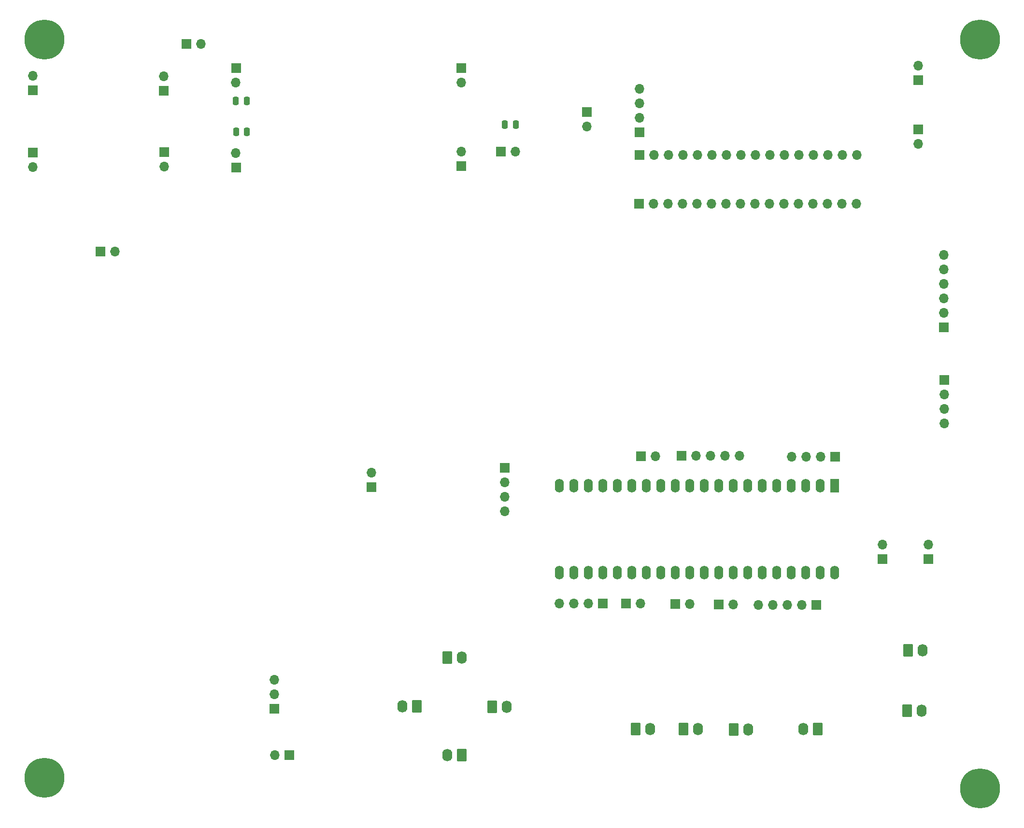
<source format=gbr>
%TF.GenerationSoftware,KiCad,Pcbnew,(6.0.10)*%
%TF.CreationDate,2023-02-06T13:07:10-03:00*%
%TF.ProjectId,JMP_SYSTEM,4a4d505f-5359-4535-9445-4d2e6b696361,rev?*%
%TF.SameCoordinates,Original*%
%TF.FileFunction,Soldermask,Bot*%
%TF.FilePolarity,Negative*%
%FSLAX46Y46*%
G04 Gerber Fmt 4.6, Leading zero omitted, Abs format (unit mm)*
G04 Created by KiCad (PCBNEW (6.0.10)) date 2023-02-06 13:07:10*
%MOMM*%
%LPD*%
G01*
G04 APERTURE LIST*
G04 Aperture macros list*
%AMRoundRect*
0 Rectangle with rounded corners*
0 $1 Rounding radius*
0 $2 $3 $4 $5 $6 $7 $8 $9 X,Y pos of 4 corners*
0 Add a 4 corners polygon primitive as box body*
4,1,4,$2,$3,$4,$5,$6,$7,$8,$9,$2,$3,0*
0 Add four circle primitives for the rounded corners*
1,1,$1+$1,$2,$3*
1,1,$1+$1,$4,$5*
1,1,$1+$1,$6,$7*
1,1,$1+$1,$8,$9*
0 Add four rect primitives between the rounded corners*
20,1,$1+$1,$2,$3,$4,$5,0*
20,1,$1+$1,$4,$5,$6,$7,0*
20,1,$1+$1,$6,$7,$8,$9,0*
20,1,$1+$1,$8,$9,$2,$3,0*%
G04 Aperture macros list end*
%ADD10RoundRect,0.250000X-0.620000X-0.845000X0.620000X-0.845000X0.620000X0.845000X-0.620000X0.845000X0*%
%ADD11O,1.740000X2.190000*%
%ADD12R,1.700000X1.700000*%
%ADD13O,1.700000X1.700000*%
%ADD14R,1.600000X2.400000*%
%ADD15O,1.600000X2.400000*%
%ADD16RoundRect,0.250000X0.620000X0.845000X-0.620000X0.845000X-0.620000X-0.845000X0.620000X-0.845000X0*%
%ADD17C,7.000000*%
%ADD18RoundRect,0.250000X-0.250000X-0.475000X0.250000X-0.475000X0.250000X0.475000X-0.250000X0.475000X0*%
%ADD19RoundRect,0.250000X0.250000X0.475000X-0.250000X0.475000X-0.250000X-0.475000X0.250000X-0.475000X0*%
G04 APERTURE END LIST*
D10*
%TO.C,SW9*%
X-126223000Y-146770800D03*
D11*
X-123683000Y-146770800D03*
%TD*%
D10*
%TO.C,SW1*%
X-87020400Y-143560800D03*
D11*
X-84480400Y-143560800D03*
%TD*%
D12*
%TO.C,J13*%
X-102910800Y-124952200D03*
D13*
X-105450800Y-124952200D03*
X-107990800Y-124952200D03*
X-110530800Y-124952200D03*
X-113070800Y-124952200D03*
%TD*%
D14*
%TO.C,J1*%
X-99735800Y-104043000D03*
D15*
X-102275800Y-104043000D03*
X-104815800Y-104043000D03*
X-107355800Y-104043000D03*
X-109895800Y-104043000D03*
X-112435800Y-104043000D03*
X-114975800Y-104043000D03*
X-117515800Y-104043000D03*
X-120055800Y-104043000D03*
X-122595800Y-104043000D03*
X-125135800Y-104043000D03*
X-127675800Y-104043000D03*
X-130215800Y-104043000D03*
X-132755800Y-104043000D03*
X-135295800Y-104043000D03*
X-137835800Y-104043000D03*
X-140375800Y-104043000D03*
X-142915800Y-104043000D03*
X-145455800Y-104043000D03*
X-147995800Y-104043000D03*
X-147995800Y-119283000D03*
X-145455800Y-119283000D03*
X-142915800Y-119283000D03*
X-140375800Y-119283000D03*
X-137835800Y-119283000D03*
X-135295800Y-119283000D03*
X-132755800Y-119283000D03*
X-130215800Y-119283000D03*
X-127675800Y-119283000D03*
X-125135800Y-119283000D03*
X-122595800Y-119283000D03*
X-120055800Y-119283000D03*
X-117515800Y-119283000D03*
X-114975800Y-119283000D03*
X-112435800Y-119283000D03*
X-109895800Y-119283000D03*
X-107355800Y-119283000D03*
X-104815800Y-119283000D03*
X-102275800Y-119283000D03*
X-99735800Y-119283000D03*
%TD*%
D10*
%TO.C,SW4*%
X-159725600Y-142819000D03*
D11*
X-157185600Y-142819000D03*
%TD*%
D10*
%TO.C,SW5*%
X-167650400Y-134239200D03*
D11*
X-165110400Y-134239200D03*
%TD*%
D12*
%TO.C,J22*%
X-195326000Y-151282400D03*
D13*
X-197866000Y-151282400D03*
%TD*%
D12*
%TO.C,U3*%
X-240231400Y-34777200D03*
D13*
X-240231400Y-32237200D03*
D12*
X-240240600Y-45639200D03*
D13*
X-240240600Y-48179200D03*
X-217311400Y-32297200D03*
D12*
X-217311400Y-34837200D03*
D13*
X-217279000Y-48128400D03*
D12*
X-217279000Y-45588400D03*
%TD*%
%TO.C,J17*%
X-136281400Y-124749000D03*
D13*
X-133741400Y-124749000D03*
%TD*%
D12*
%TO.C,J12*%
X-197916800Y-143190200D03*
D13*
X-197916800Y-140650200D03*
X-197916800Y-138110200D03*
%TD*%
D12*
%TO.C,J20*%
X-133695600Y-98942600D03*
D13*
X-131155600Y-98942600D03*
%TD*%
D10*
%TO.C,SW7*%
X-117434600Y-146796200D03*
D11*
X-114894600Y-146796200D03*
%TD*%
D12*
%TO.C,J15*%
X-127645400Y-124850600D03*
D13*
X-125105400Y-124850600D03*
%TD*%
D12*
%TO.C,J4*%
X-80518000Y-85547200D03*
D13*
X-80518000Y-88087200D03*
X-80518000Y-90627200D03*
X-80518000Y-93167200D03*
%TD*%
D16*
%TO.C,SW10*%
X-102702600Y-146725400D03*
D11*
X-105242600Y-146725400D03*
%TD*%
D12*
%TO.C,J8*%
X-126527800Y-98790200D03*
D13*
X-123987800Y-98790200D03*
X-121447800Y-98790200D03*
X-118907800Y-98790200D03*
X-116367800Y-98790200D03*
%TD*%
D12*
%TO.C,J19*%
X-99613800Y-98993400D03*
D13*
X-102153800Y-98993400D03*
X-104693800Y-98993400D03*
X-107233800Y-98993400D03*
%TD*%
D17*
%TO.C,*%
X-238252000Y-155295600D03*
%TD*%
D12*
%TO.C,U4*%
X-204646600Y-30871500D03*
D13*
X-204668600Y-33381900D03*
X-204668600Y-45777100D03*
D12*
X-204646600Y-48321500D03*
X-165176600Y-48016500D03*
D13*
X-165197000Y-45472300D03*
D12*
X-165176600Y-30871500D03*
D13*
X-165197000Y-33381900D03*
%TD*%
D10*
%TO.C,SW2*%
X-86893400Y-132912800D03*
D11*
X-84353400Y-132912800D03*
%TD*%
D12*
%TO.C,J10*%
X-213360000Y-26573400D03*
D13*
X-210820000Y-26573400D03*
%TD*%
D12*
%TO.C,J18*%
X-120030400Y-124901400D03*
D13*
X-117490400Y-124901400D03*
%TD*%
D12*
%TO.C,J16*%
X-180898800Y-104297400D03*
D13*
X-180898800Y-101757400D03*
%TD*%
D12*
%TO.C,U1*%
X-133915300Y-46073100D03*
D13*
X-131375300Y-46073100D03*
X-128835300Y-46073100D03*
X-126295300Y-46073100D03*
X-123755300Y-46073100D03*
X-121215300Y-46073100D03*
X-118675300Y-46073100D03*
X-116135300Y-46073100D03*
X-113595300Y-46073100D03*
X-111055300Y-46073100D03*
X-108515300Y-46073100D03*
X-105975300Y-46073100D03*
X-103435300Y-46073100D03*
X-100895300Y-46073100D03*
X-98355300Y-46073100D03*
X-95815300Y-46073100D03*
X-133915300Y-34461900D03*
X-133915300Y-37001900D03*
X-133915300Y-39541900D03*
D12*
X-133915300Y-42081900D03*
%TD*%
D16*
%TO.C,SW3*%
X-172974000Y-142748000D03*
D11*
X-175514000Y-142748000D03*
%TD*%
D17*
%TO.C,*%
X-74269600Y-157149800D03*
%TD*%
D12*
%TO.C,J9*%
X-143154400Y-38552200D03*
D13*
X-143154400Y-41092200D03*
%TD*%
D12*
%TO.C,J6*%
X-83312000Y-116956200D03*
D13*
X-83312000Y-114416200D03*
%TD*%
D12*
%TO.C,J5*%
X-80568800Y-76301600D03*
D13*
X-80568800Y-73761600D03*
X-80568800Y-71221600D03*
X-80568800Y-68681600D03*
X-80568800Y-66141600D03*
X-80568800Y-63601600D03*
%TD*%
D16*
%TO.C,SW6*%
X-165110400Y-151308000D03*
D11*
X-167650400Y-151308000D03*
%TD*%
D12*
%TO.C,J14*%
X-140396200Y-124698200D03*
D13*
X-142936200Y-124698200D03*
X-145476200Y-124698200D03*
X-148016200Y-124698200D03*
%TD*%
D17*
%TO.C,*%
X-74269600Y-25857200D03*
%TD*%
D12*
%TO.C,J11*%
X-158242000Y-45471000D03*
D13*
X-155702000Y-45471000D03*
%TD*%
D12*
%TO.C,J3*%
X-85090000Y-32923400D03*
D13*
X-85090000Y-30383400D03*
%TD*%
D12*
%TO.C,BT1*%
X-228437600Y-62976200D03*
D13*
X-225897600Y-62976200D03*
%TD*%
D12*
%TO.C,J21*%
X-157515800Y-100984600D03*
D13*
X-157515800Y-103524600D03*
X-157515800Y-106064600D03*
X-157515800Y-108604600D03*
%TD*%
D17*
%TO.C,REF\u002A\u002A*%
X-238252000Y-25857200D03*
%TD*%
D10*
%TO.C,SW8*%
X-134579600Y-146720000D03*
D11*
X-132039600Y-146720000D03*
%TD*%
D12*
%TO.C,J2*%
X-85049600Y-41609800D03*
D13*
X-85049600Y-44149800D03*
%TD*%
D12*
%TO.C,J7*%
X-91343400Y-116971200D03*
D13*
X-91343400Y-114431200D03*
%TD*%
D12*
%TO.C,U2*%
X-134016600Y-54601000D03*
D13*
X-131476600Y-54601000D03*
X-128936600Y-54601000D03*
X-126396600Y-54601000D03*
X-123856600Y-54601000D03*
X-121316600Y-54601000D03*
X-118776600Y-54601000D03*
X-116236600Y-54601000D03*
X-113696600Y-54601000D03*
X-111156600Y-54601000D03*
X-108616600Y-54601000D03*
X-106076600Y-54601000D03*
X-103536600Y-54601000D03*
X-100996600Y-54601000D03*
X-98456600Y-54601000D03*
X-95916600Y-54601000D03*
%TD*%
D18*
%TO.C,C11*%
X-204678400Y-36596800D03*
X-202778400Y-36596800D03*
%TD*%
%TO.C,C12*%
X-204627600Y-41981600D03*
X-202727600Y-41981600D03*
%TD*%
D19*
%TO.C,C13*%
X-155636000Y-40721200D03*
X-157536000Y-40721200D03*
%TD*%
M02*

</source>
